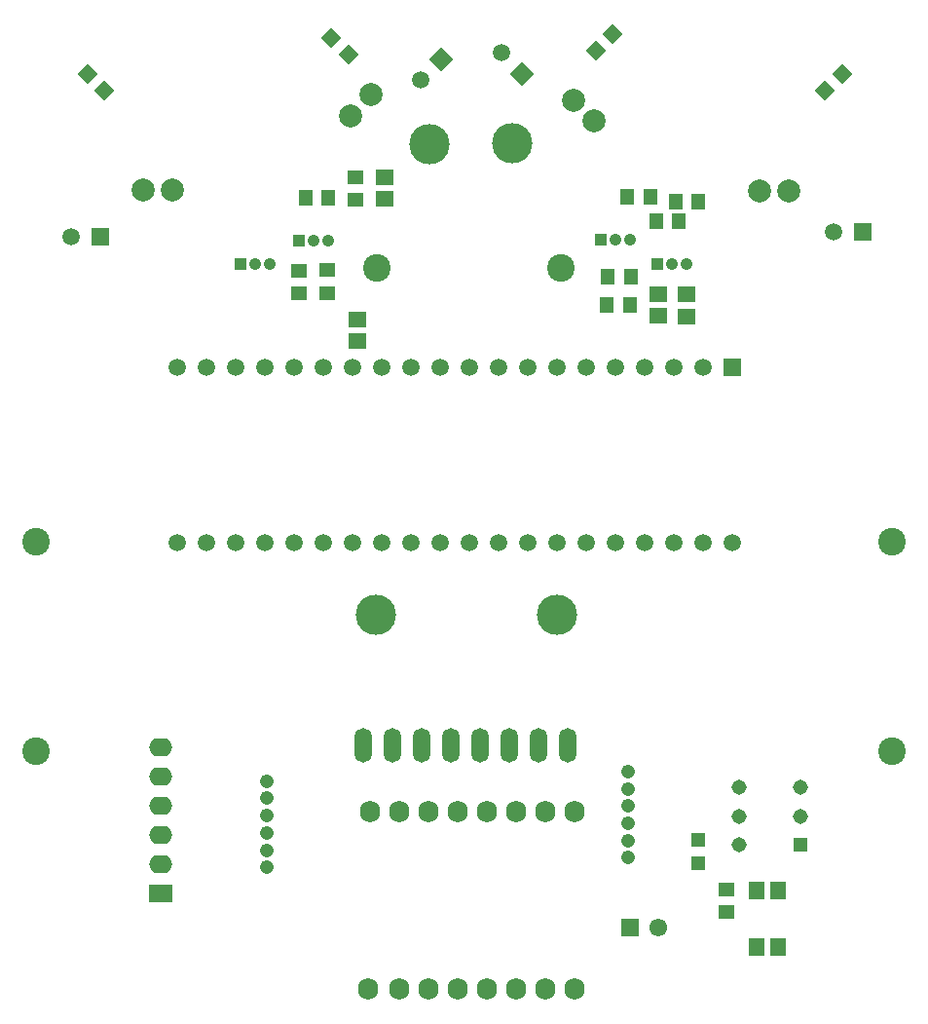
<source format=gbr>
G04*
G04 #@! TF.GenerationSoftware,Altium Limited,Altium Designer,26.2.0 (7)*
G04*
G04 Layer_Color=255*
%FSTAX25Y25*%
%MOIN*%
G70*
G04*
G04 #@! TF.SameCoordinates,DDC7E0C6-02D7-4959-A8D0-6A7BEAAAFFDF*
G04*
G04*
G04 #@! TF.FilePolarity,Positive*
G04*
G01*
G75*
%ADD18R,0.05906X0.05512*%
%ADD19R,0.04724X0.05709*%
%ADD20R,0.04724X0.04724*%
%ADD21R,0.05709X0.04724*%
%ADD22P,0.06681X4X90.0*%
%ADD23R,0.05512X0.05906*%
%ADD24P,0.06681X4X360.0*%
%ADD48C,0.06102*%
%ADD49R,0.06102X0.06102*%
%ADD54C,0.04756*%
%ADD55R,0.05937X0.05937*%
%ADD56C,0.05937*%
%ADD57O,0.05906X0.11811*%
%ADD58C,0.13780*%
%ADD59C,0.07874*%
%ADD60C,0.09449*%
%ADD61C,0.05150*%
%ADD62R,0.05150X0.05150*%
%ADD63R,0.07874X0.06299*%
%ADD64O,0.07874X0.06299*%
%ADD65R,0.04134X0.04134*%
%ADD66C,0.04134*%
%ADD67R,0.05937X0.05937*%
%ADD68P,0.08396X4X360.0*%
%ADD69P,0.08396X4X90.0*%
%ADD70O,0.06787X0.07575*%
D18*
X0073746Y0083706D02*
D03*
Y0076225D02*
D03*
X0064086Y0076236D02*
D03*
Y0083716D02*
D03*
X-0038959Y0067602D02*
D03*
Y0075082D02*
D03*
X-0029581Y0123828D02*
D03*
Y0116348D02*
D03*
D19*
X0054497Y0079917D02*
D03*
X0046623D02*
D03*
X0046856Y0089814D02*
D03*
X005473D02*
D03*
X0063398Y0108795D02*
D03*
X0071272D02*
D03*
X-0048745Y0116609D02*
D03*
X-0056619D02*
D03*
X0070105Y0115416D02*
D03*
X0077979D02*
D03*
X0053662Y0117044D02*
D03*
X0061536D02*
D03*
D20*
X007785Y-0111048D02*
D03*
Y-0102781D02*
D03*
D21*
X-0058925Y0083961D02*
D03*
Y0091835D02*
D03*
X-0049013Y0091943D02*
D03*
Y0084069D02*
D03*
X0087686Y-01277D02*
D03*
Y-0119826D02*
D03*
X-003952Y0115994D02*
D03*
Y0123868D02*
D03*
D22*
X0042798Y0166934D02*
D03*
X0048644Y017278D02*
D03*
X0127181Y0159116D02*
D03*
X0121335Y015327D02*
D03*
D23*
X0105253Y-0139602D02*
D03*
X0097773D02*
D03*
X009787Y-0120431D02*
D03*
X010535D02*
D03*
D24*
X-0125429Y0153283D02*
D03*
X-0131275Y0159129D02*
D03*
X-0047758Y0171551D02*
D03*
X-0041912Y0165705D02*
D03*
D48*
X0064258Y-0132998D02*
D03*
D49*
X0054416D02*
D03*
D54*
X0053815Y-0109062D02*
D03*
Y-0103156D02*
D03*
Y-0097251D02*
D03*
Y-0091345D02*
D03*
Y-008544D02*
D03*
Y-0079534D02*
D03*
X-0069772Y-0112342D02*
D03*
Y-0106436D02*
D03*
Y-0100531D02*
D03*
Y-0094625D02*
D03*
Y-008872D02*
D03*
Y-0082814D02*
D03*
D55*
X0089675Y0058864D02*
D03*
D56*
X0079675D02*
D03*
X0069675D02*
D03*
X0059675D02*
D03*
X0049675D02*
D03*
X0039675D02*
D03*
X0029675D02*
D03*
X0019675D02*
D03*
X0009675D02*
D03*
X-0000325D02*
D03*
X-0010325D02*
D03*
X-0020325D02*
D03*
X-0030325D02*
D03*
X-0040325D02*
D03*
X-0050325D02*
D03*
X-0060325D02*
D03*
X-0070325D02*
D03*
X-0080325D02*
D03*
X-0090325D02*
D03*
X-0100325D02*
D03*
Y-0001136D02*
D03*
X-0090325D02*
D03*
X-0080325D02*
D03*
X-0070325D02*
D03*
X-0060325D02*
D03*
X-0050325D02*
D03*
X-0040325D02*
D03*
X-0030325D02*
D03*
X-0020325D02*
D03*
X-0010325D02*
D03*
X-0000325D02*
D03*
X0009675D02*
D03*
X0019675D02*
D03*
X0029675D02*
D03*
X0039675D02*
D03*
X0049675D02*
D03*
X0059675D02*
D03*
X0069675D02*
D03*
X0079675D02*
D03*
X0089675D02*
D03*
X0124062Y0105219D02*
D03*
X0010497Y0166232D02*
D03*
X-0017055Y0157136D02*
D03*
X-0136803Y0103561D02*
D03*
D57*
X0013353Y-0070485D02*
D03*
X0003353D02*
D03*
X-0006647D02*
D03*
X-0016647D02*
D03*
X-0026647D02*
D03*
X-0036647D02*
D03*
X0023353D02*
D03*
X0033353D02*
D03*
D58*
X-0032521Y-0025954D02*
D03*
X0029479D02*
D03*
X0014171Y0135293D02*
D03*
X-0014243Y0135217D02*
D03*
D59*
X-0102204Y0119367D02*
D03*
X-0112204D02*
D03*
X-0034131Y015192D02*
D03*
X-0041203Y0144849D02*
D03*
X0042239Y0143075D02*
D03*
X0035168Y0150146D02*
D03*
X0098884Y0119061D02*
D03*
X0108884D02*
D03*
D60*
X-0032087Y0092645D02*
D03*
X0031037Y0092837D02*
D03*
X0144329Y-0000878D02*
D03*
X-0148834Y-0000877D02*
D03*
X-0148835Y-0072574D02*
D03*
X0144331Y-0072575D02*
D03*
D61*
X0091714Y-0104676D02*
D03*
Y-0094833D02*
D03*
Y-0084991D02*
D03*
X0112974D02*
D03*
Y-0094833D02*
D03*
D62*
Y-0104676D02*
D03*
D63*
X-0106151Y-0121207D02*
D03*
D64*
Y-0111207D02*
D03*
Y-0101207D02*
D03*
Y-0091207D02*
D03*
Y-0081207D02*
D03*
Y-0071207D02*
D03*
D65*
X-0078645Y0094063D02*
D03*
X0044447Y0102244D02*
D03*
X-005873Y0101959D02*
D03*
X0063782Y009421D02*
D03*
D66*
X-0073645Y0094063D02*
D03*
X-0068645D02*
D03*
X0054447Y0102244D02*
D03*
X0049447D02*
D03*
X-004873Y0101959D02*
D03*
X-005373D02*
D03*
X0073782Y009421D02*
D03*
X0068782D02*
D03*
D67*
X0134062Y0105219D02*
D03*
X-0126803Y0103561D02*
D03*
D68*
X0017568Y0159161D02*
D03*
D69*
X-0009984Y0164207D02*
D03*
D70*
X0035521Y-0153802D02*
D03*
X0025521D02*
D03*
X0015521D02*
D03*
X0005521D02*
D03*
X-0004479D02*
D03*
X-0014479D02*
D03*
X-0024479D02*
D03*
X-0034979D02*
D03*
X0035521Y-0093408D02*
D03*
X0025521D02*
D03*
X0015521D02*
D03*
X0005521D02*
D03*
X-0004479D02*
D03*
X-0014479D02*
D03*
X-0024479D02*
D03*
X-0034479D02*
D03*
M02*

</source>
